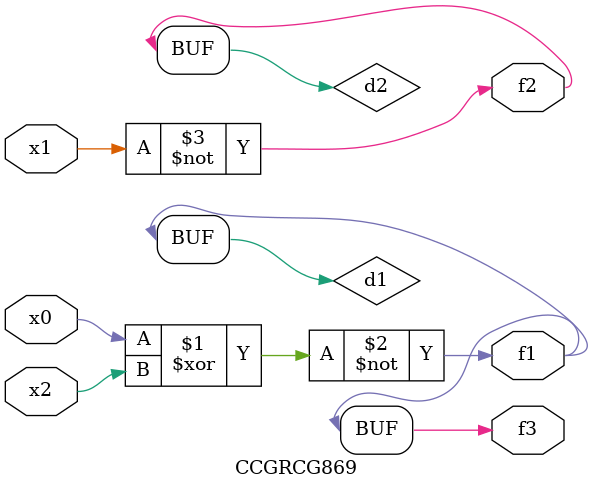
<source format=v>
module CCGRCG869(
	input x0, x1, x2,
	output f1, f2, f3
);

	wire d1, d2, d3;

	xnor (d1, x0, x2);
	nand (d2, x1);
	nor (d3, x1, x2);
	assign f1 = d1;
	assign f2 = d2;
	assign f3 = d1;
endmodule

</source>
